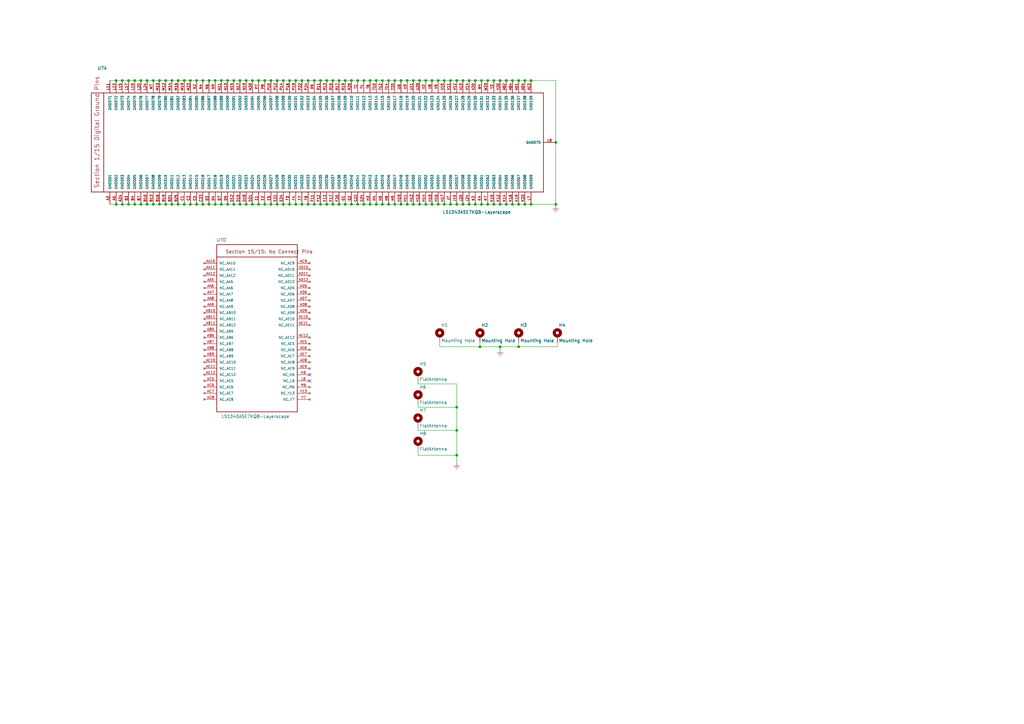
<source format=kicad_sch>
(kicad_sch (version 20200828) (generator eeschema)
  (page 4 12)
  (paper "A3")
  (junction (at 47.625 33.02) (diameter 0.9144))
  (junction (at 47.625 83.82) (diameter 0.9144))
  (junction (at 50.165 33.02) (diameter 0.9144))
  (junction (at 50.165 83.82) (diameter 0.9144))
  (junction (at 52.705 33.02) (diameter 0.9144))
  (junction (at 52.705 83.82) (diameter 0.9144))
  (junction (at 55.245 33.02) (diameter 0.9144))
  (junction (at 55.245 83.82) (diameter 0.9144))
  (junction (at 57.785 33.02) (diameter 0.9144))
  (junction (at 57.785 83.82) (diameter 0.9144))
  (junction (at 60.325 33.02) (diameter 0.9144))
  (junction (at 60.325 83.82) (diameter 0.9144))
  (junction (at 62.865 33.02) (diameter 0.9144))
  (junction (at 62.865 83.82) (diameter 0.9144))
  (junction (at 65.405 33.02) (diameter 0.9144))
  (junction (at 65.405 83.82) (diameter 0.9144))
  (junction (at 67.945 33.02) (diameter 0.9144))
  (junction (at 67.945 83.82) (diameter 0.9144))
  (junction (at 70.485 33.02) (diameter 0.9144))
  (junction (at 70.485 83.82) (diameter 0.9144))
  (junction (at 73.025 33.02) (diameter 0.9144))
  (junction (at 73.025 83.82) (diameter 0.9144))
  (junction (at 75.565 33.02) (diameter 0.9144))
  (junction (at 75.565 83.82) (diameter 0.9144))
  (junction (at 78.105 33.02) (diameter 0.9144))
  (junction (at 78.105 83.82) (diameter 0.9144))
  (junction (at 80.645 33.02) (diameter 0.9144))
  (junction (at 80.645 83.82) (diameter 0.9144))
  (junction (at 83.185 33.02) (diameter 0.9144))
  (junction (at 83.185 83.82) (diameter 0.9144))
  (junction (at 85.725 33.02) (diameter 0.9144))
  (junction (at 85.725 83.82) (diameter 0.9144))
  (junction (at 88.265 33.02) (diameter 0.9144))
  (junction (at 88.265 83.82) (diameter 0.9144))
  (junction (at 90.805 33.02) (diameter 0.9144))
  (junction (at 90.805 83.82) (diameter 0.9144))
  (junction (at 93.345 33.02) (diameter 0.9144))
  (junction (at 93.345 83.82) (diameter 0.9144))
  (junction (at 95.885 33.02) (diameter 0.9144))
  (junction (at 95.885 83.82) (diameter 0.9144))
  (junction (at 98.425 33.02) (diameter 0.9144))
  (junction (at 98.425 83.82) (diameter 0.9144))
  (junction (at 100.965 33.02) (diameter 0.9144))
  (junction (at 100.965 83.82) (diameter 0.9144))
  (junction (at 103.505 33.02) (diameter 0.9144))
  (junction (at 103.505 83.82) (diameter 0.9144))
  (junction (at 106.045 33.02) (diameter 0.9144))
  (junction (at 106.045 83.82) (diameter 0.9144))
  (junction (at 108.585 33.02) (diameter 0.9144))
  (junction (at 108.585 83.82) (diameter 0.9144))
  (junction (at 111.125 33.02) (diameter 0.9144))
  (junction (at 111.125 83.82) (diameter 0.9144))
  (junction (at 113.665 33.02) (diameter 0.9144))
  (junction (at 113.665 83.82) (diameter 0.9144))
  (junction (at 116.205 33.02) (diameter 0.9144))
  (junction (at 116.205 83.82) (diameter 0.9144))
  (junction (at 118.745 33.02) (diameter 0.9144))
  (junction (at 118.745 83.82) (diameter 0.9144))
  (junction (at 121.285 33.02) (diameter 0.9144))
  (junction (at 121.285 83.82) (diameter 0.9144))
  (junction (at 123.825 33.02) (diameter 0.9144))
  (junction (at 123.825 83.82) (diameter 0.9144))
  (junction (at 126.365 33.02) (diameter 0.9144))
  (junction (at 126.365 83.82) (diameter 0.9144))
  (junction (at 128.905 33.02) (diameter 0.9144))
  (junction (at 128.905 83.82) (diameter 0.9144))
  (junction (at 131.445 33.02) (diameter 0.9144))
  (junction (at 131.445 83.82) (diameter 0.9144))
  (junction (at 133.985 33.02) (diameter 0.9144))
  (junction (at 133.985 83.82) (diameter 0.9144))
  (junction (at 136.525 33.02) (diameter 0.9144))
  (junction (at 136.525 83.82) (diameter 0.9144))
  (junction (at 139.065 33.02) (diameter 0.9144))
  (junction (at 139.065 83.82) (diameter 0.9144))
  (junction (at 141.605 33.02) (diameter 0.9144))
  (junction (at 141.605 83.82) (diameter 0.9144))
  (junction (at 144.145 33.02) (diameter 0.9144))
  (junction (at 144.145 83.82) (diameter 0.9144))
  (junction (at 146.685 33.02) (diameter 0.9144))
  (junction (at 146.685 83.82) (diameter 0.9144))
  (junction (at 149.225 33.02) (diameter 0.9144))
  (junction (at 149.225 83.82) (diameter 0.9144))
  (junction (at 151.765 33.02) (diameter 0.9144))
  (junction (at 151.765 83.82) (diameter 0.9144))
  (junction (at 154.305 33.02) (diameter 0.9144))
  (junction (at 154.305 83.82) (diameter 0.9144))
  (junction (at 156.845 33.02) (diameter 0.9144))
  (junction (at 156.845 83.82) (diameter 0.9144))
  (junction (at 159.385 33.02) (diameter 0.9144))
  (junction (at 159.385 83.82) (diameter 0.9144))
  (junction (at 161.925 33.02) (diameter 0.9144))
  (junction (at 161.925 83.82) (diameter 0.9144))
  (junction (at 164.465 33.02) (diameter 0.9144))
  (junction (at 164.465 83.82) (diameter 0.9144))
  (junction (at 167.005 33.02) (diameter 0.9144))
  (junction (at 167.005 83.82) (diameter 0.9144))
  (junction (at 169.545 33.02) (diameter 0.9144))
  (junction (at 169.545 83.82) (diameter 0.9144))
  (junction (at 172.085 33.02) (diameter 0.9144))
  (junction (at 172.085 83.82) (diameter 0.9144))
  (junction (at 174.625 33.02) (diameter 0.9144))
  (junction (at 174.625 83.82) (diameter 0.9144))
  (junction (at 177.165 33.02) (diameter 0.9144))
  (junction (at 177.165 83.82) (diameter 0.9144))
  (junction (at 179.705 33.02) (diameter 0.9144))
  (junction (at 179.705 83.82) (diameter 0.9144))
  (junction (at 182.245 33.02) (diameter 0.9144))
  (junction (at 182.245 83.82) (diameter 0.9144))
  (junction (at 184.785 33.02) (diameter 0.9144))
  (junction (at 184.785 83.82) (diameter 0.9144))
  (junction (at 187.325 33.02) (diameter 0.9144))
  (junction (at 187.325 83.82) (diameter 0.9144))
  (junction (at 187.325 167.005) (diameter 0.9144))
  (junction (at 187.325 176.53) (diameter 0.9144))
  (junction (at 187.325 186.69) (diameter 0.9144))
  (junction (at 189.865 33.02) (diameter 0.9144))
  (junction (at 189.865 83.82) (diameter 0.9144))
  (junction (at 192.405 33.02) (diameter 0.9144))
  (junction (at 192.405 83.82) (diameter 0.9144))
  (junction (at 194.945 33.02) (diameter 0.9144))
  (junction (at 194.945 83.82) (diameter 0.9144))
  (junction (at 196.85 142.24) (diameter 0.9144))
  (junction (at 197.485 33.02) (diameter 0.9144))
  (junction (at 197.485 83.82) (diameter 0.9144))
  (junction (at 200.025 33.02) (diameter 0.9144))
  (junction (at 200.025 83.82) (diameter 0.9144))
  (junction (at 202.565 33.02) (diameter 0.9144))
  (junction (at 202.565 83.82) (diameter 0.9144))
  (junction (at 205.105 33.02) (diameter 0.9144))
  (junction (at 205.105 83.82) (diameter 0.9144))
  (junction (at 205.105 142.24) (diameter 0.9144))
  (junction (at 207.645 33.02) (diameter 0.9144))
  (junction (at 207.645 83.82) (diameter 0.9144))
  (junction (at 210.185 33.02) (diameter 0.9144))
  (junction (at 210.185 83.82) (diameter 0.9144))
  (junction (at 212.725 33.02) (diameter 0.9144))
  (junction (at 212.725 83.82) (diameter 0.9144))
  (junction (at 212.725 142.24) (diameter 0.9144))
  (junction (at 215.265 33.02) (diameter 0.9144))
  (junction (at 215.265 83.82) (diameter 0.9144))
  (junction (at 217.805 33.02) (diameter 0.9144))
  (junction (at 217.805 83.82) (diameter 0.9144))
  (junction (at 227.965 58.42) (diameter 0.9144))
  (junction (at 227.965 83.82) (diameter 0.9144))
  (no_connect (at 127 156.21))
  (no_connect (at 127 153.67))
  (wire (pts (xy 45.085 33.02) (xy 47.625 33.02)))
  (wire (pts (xy 45.085 83.82) (xy 47.625 83.82)))
  (wire (pts (xy 47.625 33.02) (xy 50.165 33.02)))
  (wire (pts (xy 47.625 83.82) (xy 50.165 83.82)))
  (wire (pts (xy 50.165 33.02) (xy 52.705 33.02)))
  (wire (pts (xy 50.165 83.82) (xy 52.705 83.82)))
  (wire (pts (xy 52.705 33.02) (xy 55.245 33.02)))
  (wire (pts (xy 52.705 83.82) (xy 55.245 83.82)))
  (wire (pts (xy 55.245 33.02) (xy 57.785 33.02)))
  (wire (pts (xy 55.245 83.82) (xy 57.785 83.82)))
  (wire (pts (xy 57.785 33.02) (xy 60.325 33.02)))
  (wire (pts (xy 57.785 83.82) (xy 60.325 83.82)))
  (wire (pts (xy 60.325 33.02) (xy 62.865 33.02)))
  (wire (pts (xy 60.325 83.82) (xy 62.865 83.82)))
  (wire (pts (xy 62.865 33.02) (xy 65.405 33.02)))
  (wire (pts (xy 62.865 83.82) (xy 65.405 83.82)))
  (wire (pts (xy 65.405 33.02) (xy 67.945 33.02)))
  (wire (pts (xy 65.405 83.82) (xy 67.945 83.82)))
  (wire (pts (xy 67.945 33.02) (xy 70.485 33.02)))
  (wire (pts (xy 67.945 83.82) (xy 70.485 83.82)))
  (wire (pts (xy 70.485 33.02) (xy 73.025 33.02)))
  (wire (pts (xy 70.485 83.82) (xy 73.025 83.82)))
  (wire (pts (xy 73.025 33.02) (xy 75.565 33.02)))
  (wire (pts (xy 73.025 83.82) (xy 75.565 83.82)))
  (wire (pts (xy 75.565 33.02) (xy 78.105 33.02)))
  (wire (pts (xy 75.565 83.82) (xy 78.105 83.82)))
  (wire (pts (xy 78.105 33.02) (xy 80.645 33.02)))
  (wire (pts (xy 78.105 83.82) (xy 80.645 83.82)))
  (wire (pts (xy 80.645 33.02) (xy 83.185 33.02)))
  (wire (pts (xy 80.645 83.82) (xy 83.185 83.82)))
  (wire (pts (xy 83.185 33.02) (xy 85.725 33.02)))
  (wire (pts (xy 83.185 83.82) (xy 85.725 83.82)))
  (wire (pts (xy 85.725 33.02) (xy 88.265 33.02)))
  (wire (pts (xy 85.725 83.82) (xy 88.265 83.82)))
  (wire (pts (xy 88.265 33.02) (xy 90.805 33.02)))
  (wire (pts (xy 88.265 83.82) (xy 90.805 83.82)))
  (wire (pts (xy 90.805 33.02) (xy 93.345 33.02)))
  (wire (pts (xy 90.805 83.82) (xy 93.345 83.82)))
  (wire (pts (xy 93.345 33.02) (xy 95.885 33.02)))
  (wire (pts (xy 93.345 83.82) (xy 95.885 83.82)))
  (wire (pts (xy 95.885 33.02) (xy 98.425 33.02)))
  (wire (pts (xy 95.885 83.82) (xy 98.425 83.82)))
  (wire (pts (xy 98.425 33.02) (xy 100.965 33.02)))
  (wire (pts (xy 98.425 83.82) (xy 100.965 83.82)))
  (wire (pts (xy 100.965 33.02) (xy 103.505 33.02)))
  (wire (pts (xy 100.965 83.82) (xy 103.505 83.82)))
  (wire (pts (xy 103.505 33.02) (xy 106.045 33.02)))
  (wire (pts (xy 103.505 83.82) (xy 106.045 83.82)))
  (wire (pts (xy 106.045 33.02) (xy 108.585 33.02)))
  (wire (pts (xy 106.045 83.82) (xy 108.585 83.82)))
  (wire (pts (xy 108.585 33.02) (xy 111.125 33.02)))
  (wire (pts (xy 108.585 83.82) (xy 111.125 83.82)))
  (wire (pts (xy 111.125 33.02) (xy 113.665 33.02)))
  (wire (pts (xy 111.125 83.82) (xy 113.665 83.82)))
  (wire (pts (xy 113.665 33.02) (xy 116.205 33.02)))
  (wire (pts (xy 113.665 83.82) (xy 116.205 83.82)))
  (wire (pts (xy 116.205 33.02) (xy 118.745 33.02)))
  (wire (pts (xy 116.205 83.82) (xy 118.745 83.82)))
  (wire (pts (xy 118.745 33.02) (xy 121.285 33.02)))
  (wire (pts (xy 118.745 83.82) (xy 121.285 83.82)))
  (wire (pts (xy 121.285 33.02) (xy 123.825 33.02)))
  (wire (pts (xy 121.285 83.82) (xy 123.825 83.82)))
  (wire (pts (xy 123.825 33.02) (xy 126.365 33.02)))
  (wire (pts (xy 123.825 83.82) (xy 126.365 83.82)))
  (wire (pts (xy 126.365 33.02) (xy 128.905 33.02)))
  (wire (pts (xy 126.365 83.82) (xy 128.905 83.82)))
  (wire (pts (xy 128.905 33.02) (xy 131.445 33.02)))
  (wire (pts (xy 128.905 83.82) (xy 131.445 83.82)))
  (wire (pts (xy 131.445 33.02) (xy 133.985 33.02)))
  (wire (pts (xy 131.445 83.82) (xy 133.985 83.82)))
  (wire (pts (xy 133.985 33.02) (xy 136.525 33.02)))
  (wire (pts (xy 133.985 83.82) (xy 136.525 83.82)))
  (wire (pts (xy 136.525 33.02) (xy 139.065 33.02)))
  (wire (pts (xy 136.525 83.82) (xy 139.065 83.82)))
  (wire (pts (xy 139.065 33.02) (xy 141.605 33.02)))
  (wire (pts (xy 139.065 83.82) (xy 141.605 83.82)))
  (wire (pts (xy 141.605 33.02) (xy 144.145 33.02)))
  (wire (pts (xy 141.605 83.82) (xy 144.145 83.82)))
  (wire (pts (xy 144.145 33.02) (xy 146.685 33.02)))
  (wire (pts (xy 144.145 83.82) (xy 146.685 83.82)))
  (wire (pts (xy 146.685 33.02) (xy 149.225 33.02)))
  (wire (pts (xy 146.685 83.82) (xy 149.225 83.82)))
  (wire (pts (xy 149.225 33.02) (xy 151.765 33.02)))
  (wire (pts (xy 149.225 83.82) (xy 151.765 83.82)))
  (wire (pts (xy 151.765 33.02) (xy 154.305 33.02)))
  (wire (pts (xy 151.765 83.82) (xy 154.305 83.82)))
  (wire (pts (xy 154.305 33.02) (xy 156.845 33.02)))
  (wire (pts (xy 154.305 83.82) (xy 156.845 83.82)))
  (wire (pts (xy 156.845 33.02) (xy 159.385 33.02)))
  (wire (pts (xy 156.845 83.82) (xy 159.385 83.82)))
  (wire (pts (xy 159.385 33.02) (xy 161.925 33.02)))
  (wire (pts (xy 159.385 83.82) (xy 161.925 83.82)))
  (wire (pts (xy 161.925 33.02) (xy 164.465 33.02)))
  (wire (pts (xy 161.925 83.82) (xy 164.465 83.82)))
  (wire (pts (xy 164.465 33.02) (xy 167.005 33.02)))
  (wire (pts (xy 164.465 83.82) (xy 167.005 83.82)))
  (wire (pts (xy 167.005 33.02) (xy 169.545 33.02)))
  (wire (pts (xy 167.005 83.82) (xy 169.545 83.82)))
  (wire (pts (xy 169.545 33.02) (xy 172.085 33.02)))
  (wire (pts (xy 169.545 83.82) (xy 172.085 83.82)))
  (wire (pts (xy 171.45 156.21) (xy 171.45 157.48)))
  (wire (pts (xy 171.45 157.48) (xy 187.325 157.48)))
  (wire (pts (xy 171.45 165.735) (xy 171.45 167.005)))
  (wire (pts (xy 171.45 167.005) (xy 187.325 167.005)))
  (wire (pts (xy 171.45 175.26) (xy 171.45 176.53)))
  (wire (pts (xy 171.45 176.53) (xy 187.325 176.53)))
  (wire (pts (xy 171.45 184.785) (xy 171.45 186.69)))
  (wire (pts (xy 171.45 186.69) (xy 187.325 186.69)))
  (wire (pts (xy 172.085 33.02) (xy 174.625 33.02)))
  (wire (pts (xy 172.085 83.82) (xy 174.625 83.82)))
  (wire (pts (xy 174.625 33.02) (xy 177.165 33.02)))
  (wire (pts (xy 174.625 83.82) (xy 177.165 83.82)))
  (wire (pts (xy 177.165 33.02) (xy 179.705 33.02)))
  (wire (pts (xy 177.165 83.82) (xy 179.705 83.82)))
  (wire (pts (xy 179.705 33.02) (xy 182.245 33.02)))
  (wire (pts (xy 179.705 83.82) (xy 182.245 83.82)))
  (wire (pts (xy 180.34 140.335) (xy 180.34 142.24)))
  (wire (pts (xy 180.34 142.24) (xy 196.85 142.24)))
  (wire (pts (xy 182.245 33.02) (xy 184.785 33.02)))
  (wire (pts (xy 182.245 83.82) (xy 184.785 83.82)))
  (wire (pts (xy 184.785 33.02) (xy 187.325 33.02)))
  (wire (pts (xy 184.785 83.82) (xy 187.325 83.82)))
  (wire (pts (xy 187.325 33.02) (xy 189.865 33.02)))
  (wire (pts (xy 187.325 83.82) (xy 189.865 83.82)))
  (wire (pts (xy 187.325 157.48) (xy 187.325 167.005)))
  (wire (pts (xy 187.325 167.005) (xy 187.325 176.53)))
  (wire (pts (xy 187.325 176.53) (xy 187.325 186.69)))
  (wire (pts (xy 187.325 186.69) (xy 187.325 189.865)))
  (wire (pts (xy 189.865 33.02) (xy 192.405 33.02)))
  (wire (pts (xy 189.865 83.82) (xy 192.405 83.82)))
  (wire (pts (xy 192.405 33.02) (xy 194.945 33.02)))
  (wire (pts (xy 192.405 83.82) (xy 194.945 83.82)))
  (wire (pts (xy 194.945 33.02) (xy 197.485 33.02)))
  (wire (pts (xy 194.945 83.82) (xy 197.485 83.82)))
  (wire (pts (xy 196.85 140.335) (xy 196.85 142.24)))
  (wire (pts (xy 196.85 142.24) (xy 205.105 142.24)))
  (wire (pts (xy 197.485 33.02) (xy 200.025 33.02)))
  (wire (pts (xy 197.485 83.82) (xy 200.025 83.82)))
  (wire (pts (xy 200.025 33.02) (xy 202.565 33.02)))
  (wire (pts (xy 200.025 83.82) (xy 202.565 83.82)))
  (wire (pts (xy 202.565 33.02) (xy 205.105 33.02)))
  (wire (pts (xy 202.565 83.82) (xy 205.105 83.82)))
  (wire (pts (xy 205.105 33.02) (xy 207.645 33.02)))
  (wire (pts (xy 205.105 83.82) (xy 207.645 83.82)))
  (wire (pts (xy 205.105 142.24) (xy 205.105 143.51)))
  (wire (pts (xy 205.105 142.24) (xy 212.725 142.24)))
  (wire (pts (xy 207.645 33.02) (xy 210.185 33.02)))
  (wire (pts (xy 207.645 83.82) (xy 210.185 83.82)))
  (wire (pts (xy 210.185 33.02) (xy 212.725 33.02)))
  (wire (pts (xy 210.185 83.82) (xy 212.725 83.82)))
  (wire (pts (xy 212.725 33.02) (xy 215.265 33.02)))
  (wire (pts (xy 212.725 83.82) (xy 215.265 83.82)))
  (wire (pts (xy 212.725 140.335) (xy 212.725 142.24)))
  (wire (pts (xy 212.725 142.24) (xy 228.6 142.24)))
  (wire (pts (xy 215.265 33.02) (xy 217.805 33.02)))
  (wire (pts (xy 215.265 83.82) (xy 217.805 83.82)))
  (wire (pts (xy 217.805 33.02) (xy 227.965 33.02)))
  (wire (pts (xy 227.965 33.02) (xy 227.965 58.42)))
  (wire (pts (xy 227.965 58.42) (xy 227.965 83.82)))
  (wire (pts (xy 227.965 83.82) (xy 217.805 83.82)))
  (wire (pts (xy 227.965 83.82) (xy 227.965 84.455)))
  (wire (pts (xy 228.6 142.24) (xy 228.6 140.335)))
  (symbol (lib_id "AP2100-rescue:GND-Scott") (at 187.325 189.865 0) (mirror y) (unit 1)
    (property "Reference" "#PWR0211" (effects hide))
    (property "Value" "GND" (effects hide))
  )
  (symbol (lib_id "AP2100-rescue:GND-Scott") (at 205.105 143.51 0) (mirror y) (unit 1)
    (property "Reference" "#PWR068" (effects hide))
    (property "Value" "GND" (effects hide))
  )
  (symbol (lib_id "AP2100-rescue:GND-Scott") (at 227.965 84.455 0) (mirror y) (unit 1)
    (property "Reference" "#PWR067" (effects hide))
    (property "Value" "GND" (effects hide))
  )
  (symbol (lib_id "Mechanical:MountingHole_Pad") (at 171.45 153.67 0) (unit 1)
    (property "Reference" "H5" (at 172.085 149.225 0) (effects (justify left)))
    (property "Value" "FlatAntenna" (at 172.085 155.575 0) (effects (justify left)))
    (property "Footprint" "Scott:MountingHole_4.4mm_Pad_TopOnly" (effects hide))
  )
  (symbol (lib_id "Mechanical:MountingHole_Pad") (at 171.45 163.195 0) (unit 1)
    (property "Reference" "H6" (at 172.085 158.75 0) (effects (justify left)))
    (property "Value" "FlatAntenna" (at 172.085 165.1 0) (effects (justify left)))
    (property "Footprint" "Scott:MountingHole_4.4mm_Pad_TopOnly" (effects hide))
  )
  (symbol (lib_id "Mechanical:MountingHole_Pad") (at 171.45 172.72 0) (unit 1)
    (property "Reference" "H7" (at 172.085 168.275 0) (effects (justify left)))
    (property "Value" "FlatAntenna" (at 172.085 174.625 0) (effects (justify left)))
    (property "Footprint" "Scott:MountingHole_4.4mm_Pad_TopOnly" (effects hide))
  )
  (symbol (lib_id "Mechanical:MountingHole_Pad") (at 171.45 182.245 0) (unit 1)
    (property "Reference" "H8" (at 172.085 177.8 0) (effects (justify left)))
    (property "Value" "FlatAntenna" (at 172.085 184.15 0) (effects (justify left)))
    (property "Footprint" "Scott:MountingHole_4.4mm_Pad_TopOnly" (effects hide))
  )
  (symbol (lib_id "Mechanical:MountingHole_Pad") (at 180.34 137.795 0) (unit 1)
    (property "Reference" "H1" (at 180.975 133.35 0) (effects (justify left)))
    (property "Value" "Mounting Hole" (at 180.975 139.7 0) (effects (justify left)))
    (property "Footprint" "MountingHole:MountingHole_2.5mm_Pad_TopBottom" (effects hide))
  )
  (symbol (lib_id "Mechanical:MountingHole_Pad") (at 196.85 137.795 0) (unit 1)
    (property "Reference" "H2" (at 197.485 133.35 0) (effects (justify left)))
    (property "Value" "Mounting Hole" (at 197.485 139.7 0) (effects (justify left)))
    (property "Footprint" "MountingHole:MountingHole_2.5mm_Pad_TopBottom" (effects hide))
  )
  (symbol (lib_id "Mechanical:MountingHole_Pad") (at 212.725 137.795 0) (unit 1)
    (property "Reference" "H3" (at 213.36 133.35 0) (effects (justify left)))
    (property "Value" "Mounting Hole" (at 213.36 139.7 0) (effects (justify left)))
    (property "Footprint" "MountingHole:MountingHole_2.5mm_Pad_TopBottom" (effects hide))
  )
  (symbol (lib_id "Mechanical:MountingHole_Pad") (at 228.6 137.795 0) (unit 1)
    (property "Reference" "H4" (at 229.235 133.35 0) (effects (justify left)))
    (property "Value" "Mounting Hole" (at 229.235 139.7 0) (effects (justify left)))
    (property "Footprint" "MountingHole:MountingHole_2.5mm_Pad_TopBottom" (effects hide))
  )
  (symbol (lib_id "AP2100-rescue:LS1043ASE7KQB-Layerscape") (at 104.14 133.35 0) (unit 15)
    (property "Reference" "U7" (at 90.805 98.425 0))
    (property "Value" "LS1043ASE7KQB-Layerscape" (at 104.775 170.815 0))
    (property "Footprint" "PLS1043ASE7QQA:BGA621C80P25X25_2100X2100X192N" (effects hide))
  )
  (symbol (lib_id "AP2100-rescue:LS1043ASE7KQB-Layerscape") (at 128.905 58.42 90) (unit 1)
    (property "Reference" "U7" (at 41.91 27.94 90))
    (property "Value" "LS1043ASE7KQB-Layerscape" (at 195.58 86.995 90))
    (property "Footprint" "PLS1043ASE7QQA:BGA621C80P25X25_2100X2100X192N" (effects hide))
  )
)
</source>
